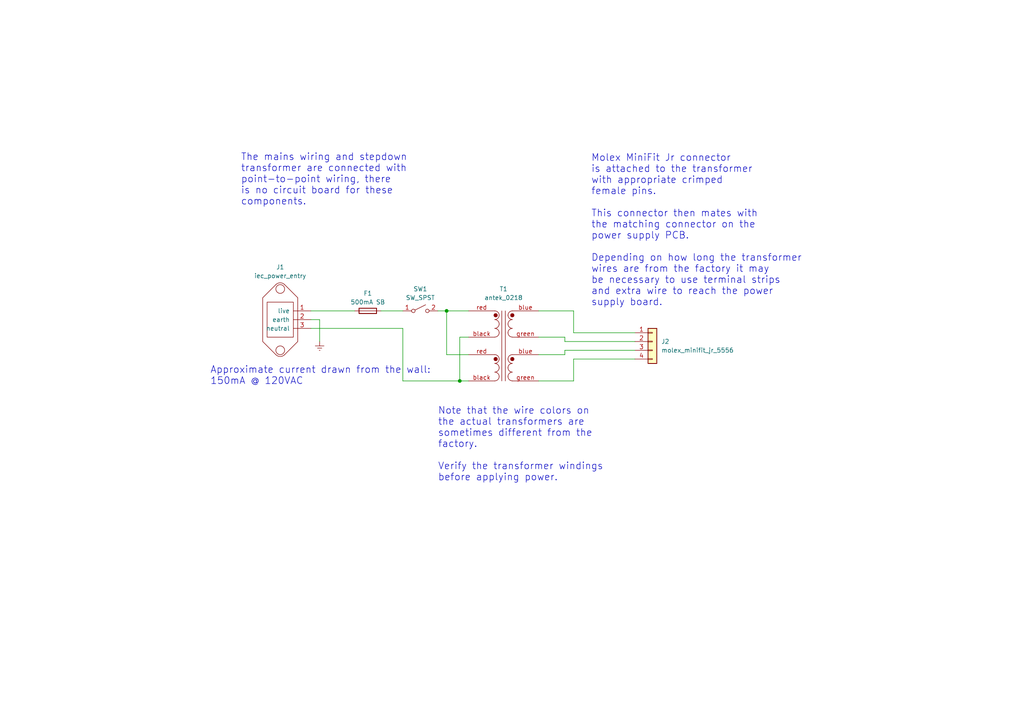
<source format=kicad_sch>
(kicad_sch (version 20230121) (generator eeschema)
  (paper "A4")
  (title_block (title "Josh Ox Ribbon Synth Mains Transformer") (date "2022-07-23") (rev "0") (comment 2 "creativecommons.org/licenses/by/4.0") (comment 3 "License: CC by 4.0") (comment 4 "Author: Jordan Aceto"))
  (lib_symbols
    (symbol "Connector_Generic:Conn_01x04" (pin_names (offset 1.016) hide)
      (property "Reference" "J" (at 0 5.08 0))
      (property "Value" "Conn_01x04" (at 0 -7.62 0))
      (symbol "Conn_01x04_1_1"
        (rectangle (start -1.27 -4.953) (end 0 -5.207) (stroke (width 0.1524)))
        (rectangle (start -1.27 -2.413) (end 0 -2.667) (stroke (width 0.1524)))
        (rectangle (start -1.27 0.127) (end 0 -0.127) (stroke (width 0.1524)))
        (rectangle (start -1.27 2.667) (end 0 2.413) (stroke (width 0.1524)))
        (rectangle (start -1.27 3.81) (end 1.27 -6.35) (stroke (width 0.254)) (fill (type background)))
        (pin passive line (at -5.08 2.54 0) (length 3.81) (name "Pin_1") (number "1"))
        (pin passive line (at -5.08 0 0) (length 3.81) (name "Pin_2") (number "2"))
        (pin passive line (at -5.08 -2.54 0) (length 3.81) (name "Pin_3") (number "3"))
        (pin passive line (at -5.08 -5.08 0) (length 3.81) (name "Pin_4") (number "4"))
      )
    )
    (symbol "Device:Fuse" (pin_numbers hide) (pin_names (offset 0))
      (property "Reference" "F" (at 2.032 0 90))
      (property "Value" "Fuse" (at -1.905 0 90))
      (symbol "Fuse_0_1"
        (rectangle (start -0.762 -2.54) (end 0.762 2.54) (stroke (width 0.254)))
        (polyline (pts (xy 0 2.54) (xy 0 -2.54)))
      )
      (symbol "Fuse_1_1"
        (pin passive line (at 0 3.81 270) (length 1.27) (name "~") (number "1"))
        (pin passive line (at 0 -3.81 90) (length 1.27) (name "~") (number "2"))
      )
    )
    (symbol "Switch:SW_SPST" (pin_names (offset 0) hide)
      (property "Reference" "SW" (at 0 3.175 0))
      (property "Value" "SW_SPST" (at 0 -2.54 0))
      (symbol "SW_SPST_0_0"
        (circle (center -2.032 0) (radius 0.508))
        (polyline (pts (xy -1.524 0.254) (xy 1.524 1.778)))
        (circle (center 2.032 0) (radius 0.508))
      )
      (symbol "SW_SPST_1_1"
        (pin passive line (at -5.08 0 0) (length 2.54) (name "A") (number "1"))
        (pin passive line (at 5.08 0 180) (length 2.54) (name "B") (number "2"))
      )
    )
    (symbol "custom_symbols:antek_02xx" (pin_names (offset 1.016) hide)
      (property "Reference" "T?" (at 0 15.24 0))
      (property "Value" "antek_02xx" (at 0 12.7 0))
      (symbol "antek_02xx_0_1"
        (arc (start -2.54 -10.1346) (mid -1.6561 -9.7663) (end -1.27 -8.89))
        (arc (start -2.54 -7.5946) (mid -1.6561 -7.2263) (end -1.27 -6.35))
        (arc (start -2.54 -5.0546) (mid -1.6561 -4.6863) (end -1.27 -3.81))
        (arc (start -2.54 2.5654) (mid -1.6561 2.9337) (end -1.27 3.81))
        (arc (start -2.54 5.1054) (mid -1.6561 5.4737) (end -1.27 6.35))
        (arc (start -2.54 7.6454) (mid -1.6561 8.0137) (end -1.27 8.89))
        (circle (center -2.286 -3.81) (radius 0.508) (fill (type outline)))
        (circle (center -2.286 8.89) (radius 0.508) (fill (type outline)))
        (arc (start -1.27 -8.89) (mid -1.642 -7.992) (end -2.54 -7.62))
        (arc (start -1.27 -6.35) (mid -1.642 -5.452) (end -2.54 -5.08))
        (arc (start -1.27 -3.81) (mid -1.642 -2.912) (end -2.54 -2.54))
        (arc (start -1.27 3.81) (mid -1.642 4.708) (end -2.54 5.08))
        (arc (start -1.27 6.35) (mid -1.642 7.248) (end -2.54 7.62))
        (arc (start -1.27 8.89) (mid -1.642 9.788) (end -2.54 10.16))
        (polyline (pts (xy -0.508 -10.16) (xy -0.508 10.16)))
        (polyline (pts (xy 0.508 10.16) (xy 0.508 -10.16)))
        (arc (start 1.2954 -8.89) (mid 1.6599 -9.7701) (end 2.54 -10.1346))
        (arc (start 1.2954 -6.35) (mid 1.6599 -7.2301) (end 2.54 -7.5946))
        (arc (start 1.2954 -3.81) (mid 1.6599 -4.6901) (end 2.54 -5.0546))
        (arc (start 1.2954 3.81) (mid 1.6599 2.9299) (end 2.54 2.5654))
        (arc (start 1.2954 6.35) (mid 1.6599 5.4699) (end 2.54 5.1054))
        (arc (start 1.2954 8.89) (mid 1.6599 8.0099) (end 2.54 7.6454))
        (arc (start 2.54 -7.62) (mid 1.642 -7.992) (end 1.2954 -8.89))
        (arc (start 2.54 -5.08) (mid 1.642 -5.452) (end 1.2954 -6.35))
        (circle (center 2.54 -3.81) (radius 0.508) (fill (type outline)))
        (arc (start 2.54 -2.54) (mid 1.642 -2.912) (end 1.2954 -3.81))
        (arc (start 2.54 5.08) (mid 1.642 4.708) (end 1.2954 3.81))
        (arc (start 2.54 7.62) (mid 1.642 7.248) (end 1.2954 6.35))
        (circle (center 2.54 8.89) (radius 0.508) (fill (type outline)))
        (arc (start 2.54 10.16) (mid 1.642 9.788) (end 1.2954 8.89))
      )
      (symbol "antek_02xx_1_1"
        (pin passive line (at -10.16 -10.16 0) (length 7.62) (name "") (number "black"))
        (pin passive line (at -10.16 2.54 0) (length 7.62) (name "") (number "black"))
        (pin passive line (at 10.16 -2.54 180) (length 7.62) (name "") (number "blue"))
        (pin passive line (at 10.16 10.16 180) (length 7.62) (name "") (number "blue"))
        (pin passive line (at 10.16 -10.16 180) (length 7.62) (name "") (number "green"))
        (pin passive line (at 10.16 2.54 180) (length 7.62) (name "") (number "green"))
        (pin passive line (at -10.16 -2.54 0) (length 7.62) (name "") (number "red"))
        (pin passive line (at -10.16 10.16 0) (length 7.62) (name "") (number "red"))
      )
    )
    (symbol "custom_symbols:iec_power_entry" (pin_names (offset 1.016))
      (property "Reference" "J3" (at 0 15.24 90))
      (property "Value" "iec_power_entry" (at 0 12.7 90))
      (symbol "iec_power_entry_0_1"
        (arc (start -10.16 1.27) (mid -10.6861 0) (end -10.16 -1.27))
        (circle (center -8.89 0) (radius 1.27))
        (polyline (pts (xy -6.35 -5.08) (xy -10.16 -1.27)))
        (polyline (pts (xy -6.35 5.08) (xy -10.16 1.27)))
        (polyline (pts (xy -6.35 -5.08) (xy 6.35 -5.08) (xy 10.16 -1.27)))
        (polyline (pts (xy -6.35 5.08) (xy 6.35 5.08) (xy 10.16 1.27)))
        (rectangle (start 5.08 3.81) (end -5.08 -3.81))
        (circle (center 8.89 0) (radius 1.27))
        (arc (start 10.16 -1.27) (mid 10.6861 0) (end 10.16 1.27))
      )
      (symbol "iec_power_entry_1_1"
        (pin power_out line (at -2.54 -8.89 90) (length 5.08) (name "live") (number "1"))
        (pin power_out line (at 0 -8.89 90) (length 5.08) (name "earth") (number "2"))
        (pin power_out line (at 2.54 -8.89 90) (length 5.08) (name "neutral") (number "3"))
      )
    )
    (symbol "power:Earth" (power) (pin_names (offset 0))
      (symbol "Earth_0_1"
        (polyline (pts (xy -0.635 -1.905) (xy 0.635 -1.905)))
        (polyline (pts (xy -0.127 -2.54) (xy 0.127 -2.54)))
        (polyline (pts (xy 0 -1.27) (xy 0 0)))
        (polyline (pts (xy 1.27 -1.27) (xy -1.27 -1.27)))
      )
      (symbol "Earth_1_1"
        (pin power_in line (at 0 0 270) (length 0) hide (name "Earth") (number "1"))
      )
    )
  )
  (junction (at 133.35 110.49))
  (junction (at 129.54 90.17))
  (wire (pts (xy 116.84 110.49) (xy 133.35 110.49)))
  (wire (pts (xy 135.89 102.87) (xy 129.54 102.87)))
  (wire (pts (xy 184.15 101.6) (xy 163.83 101.6)))
  (wire (pts (xy 163.83 102.87) (xy 156.21 102.87)))
  (wire (pts (xy 90.17 90.17) (xy 102.87 90.17)))
  (wire (pts (xy 129.54 90.17) (xy 135.89 90.17)))
  (wire (pts (xy 127 90.17) (xy 129.54 90.17)))
  (wire (pts (xy 166.37 110.49) (xy 166.37 104.14)))
  (wire (pts (xy 156.21 90.17) (xy 166.37 90.17)))
  (wire (pts (xy 163.83 99.06) (xy 163.83 97.79)))
  (wire (pts (xy 184.15 99.06) (xy 163.83 99.06)))
  (wire (pts (xy 116.84 110.49) (xy 116.84 95.25)))
  (wire (pts (xy 133.35 97.79) (xy 133.35 110.49)))
  (wire (pts (xy 156.21 110.49) (xy 166.37 110.49)))
  (wire (pts (xy 135.89 110.49) (xy 133.35 110.49)))
  (wire (pts (xy 166.37 96.52) (xy 184.15 96.52)))
  (wire (pts (xy 166.37 90.17) (xy 166.37 96.52)))
  (wire (pts (xy 129.54 102.87) (xy 129.54 90.17)))
  (wire (pts (xy 90.17 95.25) (xy 116.84 95.25)))
  (wire (pts (xy 92.71 99.06) (xy 92.71 92.71)))
  (wire (pts (xy 166.37 104.14) (xy 184.15 104.14)))
  (wire (pts (xy 163.83 97.79) (xy 156.21 97.79)))
  (wire (pts (xy 163.83 101.6) (xy 163.83 102.87)))
  (wire (pts (xy 110.49 90.17) (xy 116.84 90.17)))
  (wire (pts (xy 92.71 92.71) (xy 90.17 92.71)))
  (wire (pts (xy 135.89 97.79) (xy 133.35 97.79)))
  (text "The mains wiring and stepdown\ntransformer are connected with\npoint-to-point wiring, there\nis no circuit board for these\ncomponents." (at 69.85 59.69 0) (effects (font (size 2 2)) (justify left bottom)))
  (text "Approximate current drawn from the wall:\n150mA @ 120VAC" (at 60.96 111.76 0) (effects (font (size 2 2)) (justify left bottom)))
  (text "Note that the wire colors on \nthe actual transformers are \nsometimes different from the \nfactory.\n\nVerify the transformer windings\nbefore applying power." (at 127 139.7 0) (effects (font (size 2 2)) (justify left bottom)))
  (text "Molex MiniFit Jr connector\nis attached to the transformer\nwith appropriate crimped \nfemale pins.\n\nThis connector then mates with\nthe matching connector on the \npower supply PCB.\n\nDepending on how long the transformer\nwires are from the factory it may\nbe necessary to use terminal strips\nand extra wire to reach the power \nsupply board." (at 171.45 88.9 0) (effects (font (size 2 2)) (justify left bottom)))
  (symbol (lib_id "custom_symbols:antek_02xx") (at 146.05 100.33 0) (unit 1)
    (property "Reference" "T1" (at 146.05 83.82 0))
    (property "Value" "antek_0218" (at 146.05 86.36 0))
    (property "Datasheet" "https://www.antekinc.com/content/AN-02XX.pdf" (effects hide))
  )
  (symbol (lib_id "Connector_Generic:Conn_01x04") (at 189.23 99.06 0) (unit 1)
    (property "Reference" "J2" (at 191.77 99.0599 0) (effects (justify left)))
    (property "Value" "molex_minifit_jr_5556" (at 191.77 101.5999 0) (effects (justify left)))
    (property "Datasheet" "https://www.molex.com/webdocs/datasheets/pdf/en-us/0039012040_CRIMP_HOUSINGS.pdf" (effects hide))
  )
  (symbol (lib_id "Device:Fuse") (at 106.68 90.17 90) (unit 1)
    (property "Reference" "F1" (at 106.68 85.09 90))
    (property "Value" "500mA SB" (at 106.68 87.63 90))
  )
  (symbol (lib_id "Switch:SW_SPST") (at 121.92 90.17 0) (unit 1)
    (property "Reference" "SW1" (at 121.92 83.82 0))
    (property "Value" "SW_SPST" (at 121.92 86.36 0))
  )
  (symbol (lib_id "power:Earth") (at 92.71 99.06 0) (unit 1)
    (property "Reference" "#PWR0101" (effects hide))
    (property "Value" "Earth" (effects hide))
  )
  (symbol (lib_id "custom_symbols:iec_power_entry") (at 81.28 92.71 90) (mirror x) (unit 1)
    (property "Reference" "J1" (at 81.28 77.47 90))
    (property "Value" "iec_power_entry" (at 81.28 80.01 90))
  )
)
</source>
